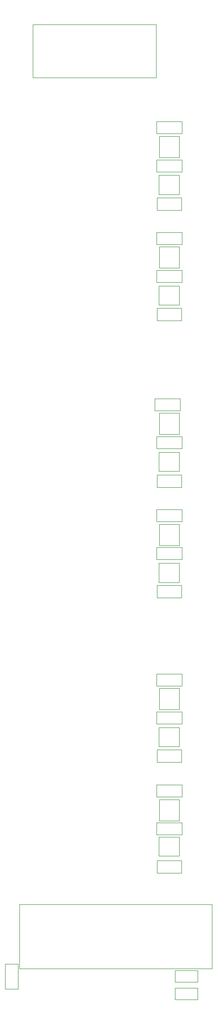
<source format=gbr>
G04 EasyPC Gerber Version 21.0.3 Build 4286 *
%FSLAX35Y35*%
%MOIN*%
%ADD10C,0.00197*%
X0Y0D02*
D02*
D10*
X24472Y32543D02*
Y50457D01*
X33528*
Y32543*
X24472*
X34516Y47037D02*
Y93463D01*
X173484*
Y47037*
X34516*
X44394Y690093D02*
Y728518D01*
X133370*
Y690093*
X44394*
X132346Y458331D02*
X150654D01*
Y449669*
X132346*
Y458331*
X133596Y179856D02*
X151904D01*
Y171195*
X133596*
Y179856*
Y259856D02*
X151904D01*
Y251195*
X133596*
Y259856*
Y378606D02*
X151904D01*
Y369945*
X133596*
Y378606*
Y578606D02*
X151904D01*
Y569945*
X133596*
Y578606*
Y658331D02*
X151904D01*
Y649669*
X133596*
Y658331*
X133892Y125053D02*
X151608D01*
Y115998*
X133892*
Y125053*
Y205053D02*
X151608D01*
Y195998*
X133892*
Y205053*
Y323803D02*
X151608D01*
Y314748*
X133892*
Y323803*
Y403528D02*
X151608D01*
Y394472*
X133892*
Y403528*
Y523803D02*
X151608D01*
Y514748*
X133892*
Y523803*
Y603528D02*
X151608D01*
Y594472*
X133892*
Y603528*
X135368Y142140D02*
X150132D01*
Y128360*
X135368*
Y142140*
Y221165D02*
X150132D01*
Y207386*
X135368*
Y221165*
Y339640D02*
X150132D01*
Y325860*
X135368*
Y339640*
Y419915D02*
X150132D01*
Y406136*
X135368*
Y419915*
Y539915D02*
X150132D01*
Y526136*
X135368*
Y539915*
Y619640D02*
X150132D01*
Y605860*
X135368*
Y619640*
X149876Y169177D02*
Y153823D01*
X135624*
Y169177*
X149876*
Y249453D02*
Y234098D01*
X135624*
Y249453*
X149876*
Y367927D02*
Y352573D01*
X135624*
Y367927*
X149876*
Y448203D02*
Y432848D01*
X135624*
Y448203*
X149876*
Y568203D02*
Y552848D01*
X135624*
Y568203*
X149876*
Y647927D02*
Y632573D01*
X135624*
Y647927*
X149876*
X151904Y143695D02*
X133596D01*
Y152356*
X151904*
Y143695*
Y223695D02*
X133596D01*
Y232356*
X151904*
Y223695*
Y342445D02*
X133596D01*
Y351106*
X151904*
Y342445*
Y422445D02*
X133596D01*
Y431106*
X151904*
Y422445*
Y542445D02*
X133596D01*
Y551106*
X151904*
Y542445*
Y622169D02*
X133596D01*
Y630831*
X151904*
Y622169*
X163360Y24827D02*
X147140D01*
Y33173*
X163360*
Y24827*
Y37327D02*
X147140D01*
Y45673*
X163360*
Y37327*
X0Y0D02*
M02*

</source>
